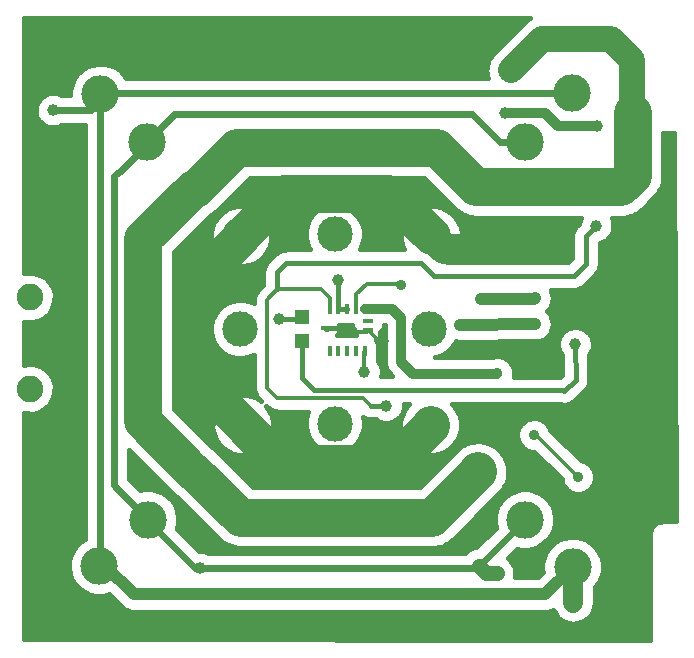
<source format=gbr>
G04 #@! TF.FileFunction,Copper,L2,Bot,Signal*
%FSLAX46Y46*%
G04 Gerber Fmt 4.6, Leading zero omitted, Abs format (unit mm)*
G04 Created by KiCad (PCBNEW 4.0.6) date 05/07/17 20:49:46*
%MOMM*%
%LPD*%
G01*
G04 APERTURE LIST*
%ADD10C,0.100000*%
%ADD11R,1.200000X1.200000*%
%ADD12C,2.540000*%
%ADD13C,3.175000*%
%ADD14R,0.350000X0.805000*%
%ADD15R,0.805000X0.400000*%
%ADD16C,3.000000*%
%ADD17C,0.906400*%
%ADD18C,2.250000*%
%ADD19C,1.006400*%
%ADD20C,1.016000*%
%ADD21C,0.406400*%
%ADD22C,3.200000*%
%ADD23C,2.540000*%
%ADD24C,0.304800*%
%ADD25C,0.812800*%
%ADD26C,2.184400*%
%ADD27C,0.609600*%
%ADD28C,1.676400*%
%ADD29C,1.270000*%
%ADD30C,0.350000*%
G04 APERTURE END LIST*
D10*
D11*
X115395100Y-104222900D03*
X115395100Y-106322900D03*
D12*
X130325100Y-117333900D03*
D13*
X130325100Y-117333900D03*
D12*
X106321100Y-117338900D03*
D13*
X106321100Y-117338900D03*
D12*
X130194100Y-93289900D03*
D13*
X130194100Y-93289900D03*
D12*
X106259100Y-93409900D03*
D13*
X106259100Y-93409900D03*
D12*
X126306100Y-113411900D03*
D13*
X126306100Y-113411900D03*
D12*
X110398100Y-113399900D03*
D13*
X110398100Y-113399900D03*
D12*
X126394100Y-97417900D03*
D13*
X126394100Y-97417900D03*
D12*
X110263100Y-97419900D03*
D13*
X110263100Y-97419900D03*
D12*
X138327100Y-125426900D03*
D13*
X138327100Y-125426900D03*
D12*
X98266100Y-125325900D03*
D13*
X98266100Y-125325900D03*
D12*
X138258100Y-85326900D03*
D13*
X138258100Y-85326900D03*
D12*
X98363100Y-85358900D03*
D13*
X98363100Y-85358900D03*
D12*
X134288100Y-121406900D03*
D13*
X134288100Y-121406900D03*
D12*
X102400100Y-121407900D03*
D13*
X102400100Y-121407900D03*
D12*
X134339100Y-89424900D03*
D13*
X134339100Y-89424900D03*
D12*
X102272100Y-89399900D03*
D13*
X102272100Y-89399900D03*
D14*
X117755900Y-103602000D03*
X118505900Y-103602000D03*
X119255900Y-103602000D03*
X120005900Y-103602000D03*
X120755900Y-103602000D03*
D15*
X121028400Y-104574500D03*
D14*
X120755900Y-107147000D03*
X120005900Y-107147000D03*
X119255900Y-107147000D03*
X118505900Y-107147000D03*
X117755900Y-107147000D03*
D15*
X117483400Y-105199500D03*
X121028400Y-105374500D03*
D16*
X110188100Y-105272900D03*
X118189100Y-97246500D03*
X126190100Y-105272900D03*
X118189100Y-113273900D03*
D17*
X130537100Y-102733900D03*
X135177100Y-102659900D03*
D18*
X92380100Y-102598900D03*
X92380100Y-110332900D03*
D19*
X113439300Y-104460100D03*
X135635100Y-97457900D03*
X122283100Y-106286900D03*
X111981600Y-114983400D03*
X122574700Y-111757100D03*
X120703700Y-108898100D03*
X140374100Y-88103900D03*
X132582100Y-86962900D03*
X140328100Y-96544900D03*
X138565700Y-106575300D03*
X143477100Y-86995900D03*
X133095100Y-83372900D03*
X94338100Y-86737900D03*
X138389100Y-128427900D03*
X106777100Y-125512900D03*
X131899100Y-125928900D03*
X118493900Y-101132700D03*
D17*
X131971100Y-108993900D03*
X123822100Y-101563900D03*
X135072100Y-114230900D03*
X138812100Y-117792900D03*
X128828100Y-104896900D03*
X135177100Y-104854900D03*
D20*
X130537100Y-102733900D02*
X135103100Y-102733900D01*
X135103100Y-102733900D02*
X135177100Y-102659900D01*
D21*
X113439300Y-104460100D02*
X115157900Y-104460100D01*
X115157900Y-104460100D02*
X115395100Y-104222900D01*
D22*
X126306100Y-113411900D02*
X126306100Y-113516900D01*
X126306100Y-113516900D02*
X123119100Y-116703900D01*
X123119100Y-116703900D02*
X113702100Y-116703900D01*
X113702100Y-116703900D02*
X111981600Y-114983400D01*
X111981600Y-114983400D02*
X110398100Y-113399900D01*
X110263100Y-97419900D02*
X110263100Y-97570900D01*
X110263100Y-97570900D02*
X107302100Y-100531900D01*
X107302100Y-100531900D02*
X107302100Y-100598900D01*
X107302100Y-100598900D02*
X106186100Y-101714900D01*
X106186100Y-101714900D02*
X106186100Y-109187900D01*
X106186100Y-109187900D02*
X109041100Y-112042900D01*
X109041100Y-112042900D02*
X110398100Y-113399900D01*
X110263100Y-97419900D02*
X110337100Y-97419900D01*
X110337100Y-97419900D02*
X113931100Y-93825900D01*
X113931100Y-93825900D02*
X122802100Y-93825900D01*
X122802100Y-93825900D02*
X126394100Y-97417900D01*
D23*
X113931100Y-93825900D02*
X122798100Y-93825900D01*
X122798100Y-93825900D02*
X127433100Y-98460900D01*
X127433100Y-98460900D02*
X134632100Y-98460900D01*
X134632100Y-98460900D02*
X135635100Y-97457900D01*
D24*
X117483400Y-105199500D02*
X119033700Y-105199500D01*
X119033700Y-105199500D02*
X119330100Y-105495900D01*
X119330100Y-105495900D02*
X120907000Y-105495900D01*
X120907000Y-105495900D02*
X121028400Y-105374500D01*
X122283100Y-106286900D02*
X121940800Y-106286900D01*
X121940800Y-106286900D02*
X121028400Y-105374500D01*
X111981600Y-114983400D02*
X109041100Y-112042900D01*
X117755900Y-103602000D02*
X117755900Y-102604500D01*
X117755900Y-102604500D02*
X117071500Y-101920100D01*
X117071500Y-101920100D02*
X113312300Y-101920100D01*
X113312300Y-101920100D02*
X112438100Y-102828300D01*
X112438100Y-102828300D02*
X112474100Y-109861500D01*
X120703700Y-108898100D02*
X120703700Y-107199200D01*
X120703700Y-107199200D02*
X120755900Y-107147000D01*
D21*
X113312300Y-101920100D02*
X113312300Y-100452700D01*
X113312300Y-100452700D02*
X114062100Y-99702900D01*
X122574700Y-111757100D02*
X121237300Y-111757100D01*
D24*
X112474100Y-109861500D02*
X112474100Y-110296900D01*
X112474100Y-110296900D02*
X113319100Y-111141900D01*
X113319100Y-111141900D02*
X120622100Y-111141900D01*
X120622100Y-111141900D02*
X121237300Y-111757100D01*
D25*
X140374100Y-88103900D02*
X137095100Y-88103900D01*
X137095100Y-88103900D02*
X136000100Y-87008900D01*
X136000100Y-87008900D02*
X132628100Y-87008900D01*
X132628100Y-87008900D02*
X132582100Y-86962900D01*
D21*
X114062100Y-99702900D02*
X125528100Y-99702900D01*
X125528100Y-99702900D02*
X126613100Y-100787900D01*
X126613100Y-100787900D02*
X138460100Y-100787900D01*
X138460100Y-100787900D02*
X139463100Y-99784900D01*
X139463100Y-99784900D02*
X139463100Y-97409900D01*
X139463100Y-97409900D02*
X140328100Y-96544900D01*
X115395100Y-106322900D02*
X115395100Y-109426300D01*
X115395100Y-109426300D02*
X116404900Y-110436100D01*
X116404900Y-110436100D02*
X137660900Y-110472100D01*
X137660900Y-110472100D02*
X137646500Y-110520500D01*
X137646500Y-110520500D02*
X138580500Y-109619100D01*
X138580500Y-109619100D02*
X138565700Y-106575300D01*
D22*
X130194100Y-93289900D02*
X142467100Y-93289900D01*
X142467100Y-93289900D02*
X143439100Y-92317900D01*
X143439100Y-92317900D02*
X143439100Y-87033900D01*
X143439100Y-87033900D02*
X143477100Y-86995900D01*
D26*
X133095100Y-83372900D02*
X133095100Y-83369900D01*
X133095100Y-83369900D02*
X135721100Y-80743900D01*
X135721100Y-80743900D02*
X141625100Y-80743900D01*
X141625100Y-80743900D02*
X143400100Y-82518900D01*
X143400100Y-82518900D02*
X143400100Y-86918900D01*
X143400100Y-86918900D02*
X143477100Y-86995900D01*
D22*
X130325100Y-117333900D02*
X130325100Y-117380900D01*
X130325100Y-117380900D02*
X126466100Y-121239900D01*
X126466100Y-121239900D02*
X110222100Y-121239900D01*
X110222100Y-121239900D02*
X106321100Y-117338900D01*
X106321100Y-117338900D02*
X106236100Y-117338900D01*
X106236100Y-117338900D02*
X101985100Y-113087900D01*
X101985100Y-113087900D02*
X101985100Y-97683900D01*
X101985100Y-97683900D02*
X106259100Y-93409900D01*
X106259100Y-93409900D02*
X106464100Y-93409900D01*
X106464100Y-93409900D02*
X109927100Y-89946900D01*
X109927100Y-89946900D02*
X126851100Y-89946900D01*
X126851100Y-89946900D02*
X130194100Y-93289900D01*
D27*
X138258100Y-85326900D02*
X98395100Y-85326900D01*
X98395100Y-85326900D02*
X98363100Y-85358900D01*
X98363100Y-85358900D02*
X98363100Y-125228900D01*
X98363100Y-125228900D02*
X98266100Y-125325900D01*
X138226100Y-125325900D02*
X138327100Y-125426900D01*
X98363100Y-85358900D02*
X98363100Y-85938900D01*
X98363100Y-85938900D02*
X97534100Y-86767900D01*
X97534100Y-86767900D02*
X94368100Y-86767900D01*
X94368100Y-86767900D02*
X94338100Y-86737900D01*
D28*
X138389100Y-128427900D02*
X138389100Y-125488900D01*
X138389100Y-125488900D02*
X138327100Y-125426900D01*
D20*
X98266100Y-125325900D02*
X98774100Y-125325900D01*
X98774100Y-125325900D02*
X101198100Y-127749900D01*
X101198100Y-127749900D02*
X136004100Y-127749900D01*
X136004100Y-127749900D02*
X138327100Y-125426900D01*
D27*
X134339100Y-89424900D02*
X132184100Y-89424900D01*
X132184100Y-89424900D02*
X129814100Y-87054900D01*
X129814100Y-87054900D02*
X104617100Y-87054900D01*
X104617100Y-87054900D02*
X102272100Y-89399900D01*
X102272100Y-89399900D02*
X102272100Y-89663900D01*
X102272100Y-89663900D02*
X99885100Y-92050900D01*
X99885100Y-92050900D02*
X99754100Y-92050900D01*
X99754100Y-92050900D02*
X99491100Y-92313900D01*
X99491100Y-92313900D02*
X99491100Y-118498900D01*
X99491100Y-118498900D02*
X102400100Y-121407900D01*
X102400100Y-121407900D02*
X102400100Y-121529900D01*
X102400100Y-121529900D02*
X106383100Y-125512900D01*
X106383100Y-125512900D02*
X106777100Y-125512900D01*
X106777100Y-125512900D02*
X130182100Y-125512900D01*
X130182100Y-125512900D02*
X130377600Y-125317400D01*
X130377600Y-125317400D02*
X134288100Y-121406900D01*
D29*
X131899100Y-125928900D02*
X130989100Y-125928900D01*
X130989100Y-125928900D02*
X130377600Y-125317400D01*
D21*
X119255900Y-103602000D02*
X118505900Y-103602000D01*
X118493900Y-101132700D02*
X118493900Y-103590000D01*
X118493900Y-103590000D02*
X118505900Y-103602000D01*
D25*
X120755900Y-103602000D02*
X123059200Y-103602000D01*
X123059200Y-103602000D02*
X123822100Y-104364900D01*
X123822100Y-104364900D02*
X123822100Y-108081900D01*
X123822100Y-108081900D02*
X124795100Y-109054900D01*
X124795100Y-109054900D02*
X131910100Y-109054900D01*
X131910100Y-109054900D02*
X131971100Y-108993900D01*
D30*
X120005900Y-103602000D02*
X120005900Y-102338100D01*
X120005900Y-102338100D02*
X120902100Y-101441900D01*
X120902100Y-101441900D02*
X123700100Y-101441900D01*
X123700100Y-101441900D02*
X123822100Y-101563900D01*
X135072100Y-114230900D02*
X135250100Y-114230900D01*
X135250100Y-114230900D02*
X138812100Y-117792900D01*
D20*
X128828100Y-104896900D02*
X135177100Y-104854900D01*
D21*
G36*
X134708198Y-78962625D02*
X134600560Y-79018419D01*
X134592105Y-79025169D01*
X134582552Y-79030248D01*
X134435270Y-79150368D01*
X134286753Y-79268928D01*
X134271695Y-79283777D01*
X134271386Y-79284029D01*
X134271150Y-79284315D01*
X134266299Y-79289098D01*
X131640299Y-81915099D01*
X131519692Y-82061928D01*
X131397511Y-82207537D01*
X131392298Y-82217019D01*
X131385432Y-82225378D01*
X131295624Y-82392870D01*
X131204071Y-82559404D01*
X131200800Y-82569715D01*
X131195687Y-82579251D01*
X131140123Y-82760995D01*
X131082659Y-82942142D01*
X131081453Y-82952895D01*
X131078290Y-82963240D01*
X131059085Y-83152310D01*
X131037901Y-83341174D01*
X131037753Y-83362324D01*
X131037713Y-83362718D01*
X131037748Y-83363085D01*
X131037700Y-83369900D01*
X131037700Y-83372900D01*
X131064851Y-83649810D01*
X131075501Y-83762471D01*
X131076092Y-83764455D01*
X131076883Y-83772518D01*
X131162743Y-84056900D01*
X100562940Y-84056900D01*
X100350872Y-83737713D01*
X99998125Y-83382494D01*
X99583100Y-83102557D01*
X99121606Y-82908562D01*
X98631221Y-82807901D01*
X98130623Y-82804406D01*
X97638880Y-82898211D01*
X97174722Y-83085743D01*
X96755829Y-83359858D01*
X96398157Y-83710117D01*
X96115329Y-84123177D01*
X95918117Y-84583306D01*
X95814035Y-85072977D01*
X95808101Y-85497900D01*
X95125765Y-85497900D01*
X95039886Y-85439974D01*
X94774419Y-85328382D01*
X94492332Y-85270478D01*
X94204371Y-85268468D01*
X93921504Y-85322427D01*
X93654504Y-85430302D01*
X93413543Y-85587983D01*
X93207798Y-85789464D01*
X93045105Y-86027070D01*
X92931662Y-86291752D01*
X92871790Y-86573427D01*
X92867770Y-86861367D01*
X92919754Y-87144604D01*
X93025762Y-87412350D01*
X93181756Y-87654407D01*
X93381796Y-87861554D01*
X93618261Y-88025901D01*
X93882144Y-88141189D01*
X94163394Y-88203026D01*
X94451299Y-88209056D01*
X94734893Y-88159051D01*
X95003372Y-88054915D01*
X95030183Y-88037900D01*
X97093100Y-88037900D01*
X97093100Y-123046530D01*
X97077722Y-123052743D01*
X96658829Y-123326858D01*
X96301157Y-123677117D01*
X96018329Y-124090177D01*
X95821117Y-124550306D01*
X95717035Y-125039977D01*
X95710045Y-125540538D01*
X95800415Y-126032924D01*
X95984702Y-126498379D01*
X96255886Y-126919176D01*
X96603639Y-127279285D01*
X97014715Y-127564990D01*
X97473456Y-127765408D01*
X97962388Y-127872907D01*
X98462888Y-127883391D01*
X98955893Y-127796461D01*
X99103852Y-127739071D01*
X100156391Y-128791610D01*
X100261533Y-128877974D01*
X100365791Y-128965457D01*
X100372581Y-128969190D01*
X100378566Y-128974106D01*
X100498468Y-129038397D01*
X100617745Y-129103970D01*
X100625131Y-129106313D01*
X100631957Y-129109973D01*
X100762095Y-129149761D01*
X100891804Y-129190907D01*
X100899500Y-129191770D01*
X100906911Y-129194036D01*
X101042344Y-129207793D01*
X101177531Y-129222956D01*
X101192671Y-129223062D01*
X101192957Y-129223091D01*
X101193223Y-129223066D01*
X101198100Y-129223100D01*
X136004100Y-129223100D01*
X136139555Y-129209818D01*
X136275097Y-129197960D01*
X136282535Y-129195799D01*
X136290246Y-129195043D01*
X136420538Y-129155705D01*
X136551199Y-129117745D01*
X136558076Y-129114180D01*
X136565493Y-129111941D01*
X136685645Y-129048055D01*
X136699376Y-129040938D01*
X136721774Y-129115122D01*
X136887010Y-129425886D01*
X137109460Y-129698637D01*
X137380652Y-129922986D01*
X137690254Y-130090388D01*
X138026476Y-130194466D01*
X138376510Y-130231256D01*
X138727023Y-130199357D01*
X139064666Y-130099983D01*
X139376576Y-129936921D01*
X139650873Y-129716380D01*
X139877110Y-129446761D01*
X140046669Y-129138335D01*
X140153091Y-128802848D01*
X140192324Y-128453079D01*
X140192500Y-128427900D01*
X140192500Y-127175646D01*
X140268831Y-127102957D01*
X140557399Y-126693886D01*
X140761015Y-126236556D01*
X140871925Y-125748386D01*
X140879909Y-125176595D01*
X140782673Y-124685519D01*
X140591906Y-124222681D01*
X140314872Y-123805713D01*
X139962125Y-123450494D01*
X139547100Y-123170557D01*
X139085606Y-122976562D01*
X138595221Y-122875901D01*
X138094623Y-122872406D01*
X137602880Y-122966211D01*
X137138722Y-123153743D01*
X136719829Y-123427858D01*
X136362157Y-123778117D01*
X136079329Y-124191177D01*
X135882117Y-124651306D01*
X135778035Y-125140977D01*
X135771045Y-125641538D01*
X135811053Y-125859527D01*
X135393880Y-126276700D01*
X133458557Y-126276700D01*
X133466616Y-126250665D01*
X133499261Y-125940071D01*
X133470956Y-125629052D01*
X133382780Y-125329455D01*
X133238090Y-125052689D01*
X133042399Y-124809299D01*
X132846300Y-124644752D01*
X133617755Y-123873297D01*
X133984388Y-123953907D01*
X134484888Y-123964391D01*
X134977893Y-123877461D01*
X135444624Y-123696428D01*
X135867303Y-123428188D01*
X136229831Y-123082957D01*
X136518399Y-122673886D01*
X136722015Y-122216556D01*
X136832925Y-121728386D01*
X136840909Y-121156595D01*
X136743673Y-120665519D01*
X136552906Y-120202681D01*
X136275872Y-119785713D01*
X135923125Y-119430494D01*
X135508100Y-119150557D01*
X135046606Y-118956562D01*
X134556221Y-118855901D01*
X134055623Y-118852406D01*
X133563880Y-118946211D01*
X133099722Y-119133743D01*
X132680829Y-119407858D01*
X132323157Y-119758117D01*
X132040329Y-120171177D01*
X131843117Y-120631306D01*
X131739035Y-121120977D01*
X131732045Y-121621538D01*
X131816617Y-122082331D01*
X130160708Y-123738240D01*
X130072267Y-123746600D01*
X129772979Y-123835822D01*
X129496721Y-123981477D01*
X129254014Y-124178016D01*
X129199955Y-124242900D01*
X107520288Y-124242900D01*
X107478886Y-124214974D01*
X107213419Y-124103382D01*
X106931332Y-124045478D01*
X106710186Y-124043934D01*
X104843233Y-122176982D01*
X104944925Y-121729386D01*
X104952909Y-121157595D01*
X104855673Y-120666519D01*
X104664906Y-120203681D01*
X104387872Y-119786713D01*
X104035125Y-119431494D01*
X103620100Y-119151557D01*
X103158606Y-118957562D01*
X102668221Y-118856901D01*
X102167623Y-118853406D01*
X101725917Y-118937666D01*
X100761100Y-117972848D01*
X100761100Y-115491640D01*
X104422230Y-119152770D01*
X104605324Y-119303165D01*
X104786847Y-119455481D01*
X104798669Y-119461980D01*
X104809091Y-119470541D01*
X104843394Y-119488934D01*
X108408230Y-123053770D01*
X108591324Y-123204165D01*
X108772847Y-123356481D01*
X108784669Y-123362980D01*
X108795091Y-123371541D01*
X109003897Y-123483502D01*
X109211560Y-123597666D01*
X109224418Y-123601745D01*
X109236306Y-123608119D01*
X109462934Y-123677406D01*
X109688765Y-123749044D01*
X109702166Y-123750547D01*
X109715069Y-123754492D01*
X109950864Y-123778443D01*
X110186284Y-123804850D01*
X110212644Y-123805034D01*
X110213146Y-123805085D01*
X110213614Y-123805041D01*
X110222100Y-123805100D01*
X126466100Y-123805100D01*
X126701967Y-123781973D01*
X126937972Y-123761325D01*
X126950922Y-123757563D01*
X126964350Y-123756246D01*
X127191186Y-123687760D01*
X127418733Y-123621652D01*
X127430712Y-123615443D01*
X127443622Y-123611545D01*
X127652821Y-123500312D01*
X127863208Y-123391258D01*
X127873749Y-123382843D01*
X127885660Y-123376510D01*
X128069304Y-123226733D01*
X128254468Y-123078919D01*
X128273236Y-123060410D01*
X128273628Y-123060091D01*
X128273928Y-123059728D01*
X128279970Y-123053770D01*
X132138970Y-119194770D01*
X132289365Y-119011676D01*
X132441681Y-118830153D01*
X132448180Y-118818331D01*
X132456741Y-118807909D01*
X132568702Y-118599103D01*
X132682866Y-118391440D01*
X132686945Y-118378582D01*
X132693319Y-118366694D01*
X132762606Y-118140066D01*
X132834244Y-117914235D01*
X132835747Y-117900834D01*
X132839692Y-117887931D01*
X132857967Y-117708020D01*
X132869925Y-117655386D01*
X132870870Y-117587709D01*
X132890050Y-117416716D01*
X132890234Y-117390356D01*
X132890285Y-117389854D01*
X132890241Y-117389386D01*
X132890300Y-117380900D01*
X132890300Y-117333900D01*
X132876394Y-117192078D01*
X132877909Y-117083595D01*
X132853837Y-116962023D01*
X132841446Y-116835650D01*
X132804745Y-116714090D01*
X132780673Y-116592519D01*
X132733446Y-116477936D01*
X132696745Y-116356378D01*
X132637135Y-116244267D01*
X132589906Y-116129681D01*
X132521322Y-116026454D01*
X132461710Y-115914340D01*
X132381453Y-115815935D01*
X132312872Y-115712713D01*
X132225549Y-115624778D01*
X132145291Y-115526372D01*
X132047450Y-115445431D01*
X131960125Y-115357494D01*
X131857382Y-115288193D01*
X131759542Y-115207253D01*
X131647842Y-115146857D01*
X131545100Y-115077557D01*
X131430853Y-115029532D01*
X131319155Y-114969137D01*
X131197858Y-114931589D01*
X131083606Y-114883562D01*
X130962200Y-114858641D01*
X130840905Y-114821094D01*
X130714624Y-114807821D01*
X130593221Y-114782901D01*
X130469290Y-114782036D01*
X130343008Y-114768763D01*
X130216553Y-114780271D01*
X130092623Y-114779406D01*
X129970886Y-114802629D01*
X129844429Y-114814137D01*
X129722615Y-114849989D01*
X129600880Y-114873211D01*
X129485975Y-114919636D01*
X129364159Y-114955488D01*
X129251626Y-115014319D01*
X129136722Y-115060743D01*
X129033022Y-115128602D01*
X128920491Y-115187432D01*
X128821534Y-115266995D01*
X128717829Y-115334858D01*
X128629278Y-115421574D01*
X128530324Y-115501135D01*
X128448707Y-115598402D01*
X128360157Y-115685117D01*
X128290138Y-115787378D01*
X128286255Y-115792005D01*
X125403560Y-118674700D01*
X111284640Y-118674700D01*
X108134970Y-115525030D01*
X108040345Y-115447304D01*
X107956125Y-115362494D01*
X107860700Y-115298129D01*
X107770353Y-115222319D01*
X107758531Y-115215820D01*
X107748109Y-115207259D01*
X107713806Y-115188866D01*
X104550300Y-112025360D01*
X104550300Y-98746440D01*
X105662202Y-97634538D01*
X107707045Y-97634538D01*
X107797415Y-98126924D01*
X107981702Y-98592379D01*
X108252886Y-99013176D01*
X108600639Y-99373285D01*
X109011715Y-99658990D01*
X109470456Y-99859408D01*
X109959388Y-99966907D01*
X110459888Y-99977391D01*
X110952893Y-99890461D01*
X111419624Y-99709428D01*
X111842303Y-99441188D01*
X112204831Y-99095957D01*
X112493399Y-98686886D01*
X112697015Y-98229556D01*
X112807925Y-97741386D01*
X112815909Y-97169595D01*
X112718673Y-96678519D01*
X112527906Y-96215681D01*
X112250872Y-95798713D01*
X111898125Y-95443494D01*
X111483100Y-95163557D01*
X111021606Y-94969562D01*
X110531221Y-94868901D01*
X110030623Y-94865406D01*
X109538880Y-94959211D01*
X109074722Y-95146743D01*
X108655829Y-95420858D01*
X108298157Y-95771117D01*
X108015329Y-96184177D01*
X107818117Y-96644306D01*
X107714035Y-97133977D01*
X107707045Y-97634538D01*
X105662202Y-97634538D01*
X107598731Y-95698009D01*
X107650821Y-95670312D01*
X107861208Y-95561258D01*
X107871749Y-95552843D01*
X107883660Y-95546510D01*
X108067304Y-95396733D01*
X108252468Y-95248919D01*
X108271236Y-95230410D01*
X108271628Y-95230091D01*
X108271928Y-95229728D01*
X108277970Y-95223770D01*
X110989641Y-92512100D01*
X125788560Y-92512100D01*
X128380230Y-95103770D01*
X128460902Y-95170035D01*
X128531639Y-95243285D01*
X128640652Y-95319051D01*
X128744847Y-95406481D01*
X128756669Y-95412980D01*
X128767091Y-95421541D01*
X128859099Y-95470875D01*
X128942715Y-95528990D01*
X129064360Y-95582135D01*
X129183560Y-95647666D01*
X129196418Y-95651745D01*
X129208306Y-95658119D01*
X129308155Y-95688646D01*
X129401456Y-95729408D01*
X129531102Y-95757913D01*
X129660765Y-95799044D01*
X129674166Y-95800547D01*
X129687069Y-95804492D01*
X129790948Y-95815044D01*
X129890388Y-95836907D01*
X130023104Y-95839687D01*
X130158284Y-95854850D01*
X130184644Y-95855034D01*
X130185146Y-95855085D01*
X130185614Y-95855041D01*
X130194100Y-95855100D01*
X139026092Y-95855100D01*
X138921662Y-96098752D01*
X138867616Y-96353016D01*
X138636916Y-96583716D01*
X138568404Y-96667124D01*
X138499037Y-96749793D01*
X138496077Y-96755177D01*
X138492178Y-96759924D01*
X138441184Y-96855027D01*
X138389182Y-96949618D01*
X138387324Y-96955475D01*
X138384421Y-96960889D01*
X138352873Y-97064080D01*
X138320232Y-97166976D01*
X138319547Y-97173084D01*
X138317751Y-97178958D01*
X138306844Y-97286331D01*
X138294814Y-97393587D01*
X138294730Y-97405595D01*
X138294707Y-97405822D01*
X138294727Y-97406034D01*
X138294700Y-97409900D01*
X138294700Y-99300933D01*
X137976132Y-99619500D01*
X127689176Y-99619500D01*
X127973303Y-99439188D01*
X128335831Y-99093957D01*
X128624399Y-98684886D01*
X128828015Y-98227556D01*
X128938925Y-97739386D01*
X128946909Y-97167595D01*
X128849673Y-96676519D01*
X128658906Y-96213681D01*
X128381872Y-95796713D01*
X128029125Y-95441494D01*
X127614100Y-95161557D01*
X127152606Y-94967562D01*
X126662221Y-94866901D01*
X126161623Y-94863406D01*
X125669880Y-94957211D01*
X125205722Y-95144743D01*
X124786829Y-95418858D01*
X124429157Y-95769117D01*
X124146329Y-96182177D01*
X123949117Y-96642306D01*
X123845035Y-97131977D01*
X123838045Y-97632538D01*
X123928415Y-98124924D01*
X124090578Y-98534500D01*
X120297491Y-98534500D01*
X120342950Y-98470057D01*
X120539587Y-98028403D01*
X120646695Y-97556966D01*
X120654406Y-97004775D01*
X120560503Y-96530531D01*
X120376274Y-96083559D01*
X120108737Y-95680883D01*
X119768081Y-95337840D01*
X119367282Y-95067498D01*
X118921607Y-94880153D01*
X118448030Y-94782942D01*
X117964591Y-94779567D01*
X117489704Y-94870156D01*
X117041456Y-95051260D01*
X116636922Y-95315980D01*
X116291510Y-95654233D01*
X116018376Y-96053134D01*
X115827925Y-96497491D01*
X115727410Y-96970377D01*
X115720660Y-97453781D01*
X115807932Y-97929289D01*
X115985902Y-98378790D01*
X116086250Y-98534500D01*
X114062100Y-98534500D01*
X113954666Y-98545034D01*
X113847170Y-98554439D01*
X113841273Y-98556152D01*
X113835157Y-98556752D01*
X113731812Y-98587953D01*
X113628194Y-98618057D01*
X113622741Y-98620884D01*
X113616857Y-98622660D01*
X113521569Y-98673326D01*
X113425743Y-98722997D01*
X113420939Y-98726832D01*
X113415517Y-98729715D01*
X113331902Y-98797910D01*
X113247532Y-98865262D01*
X113238981Y-98873694D01*
X113238805Y-98873838D01*
X113238670Y-98874001D01*
X113235916Y-98876717D01*
X112486116Y-99626516D01*
X112417604Y-99709924D01*
X112348237Y-99792593D01*
X112345277Y-99797977D01*
X112341378Y-99802724D01*
X112290384Y-99897827D01*
X112238382Y-99992418D01*
X112236524Y-99998275D01*
X112233621Y-100003689D01*
X112202073Y-100106880D01*
X112169432Y-100209776D01*
X112168747Y-100215884D01*
X112166951Y-100221758D01*
X112156044Y-100329131D01*
X112144014Y-100436387D01*
X112143930Y-100448395D01*
X112143907Y-100448622D01*
X112143927Y-100448834D01*
X112143900Y-100452700D01*
X112143900Y-101522388D01*
X111632909Y-102053253D01*
X111573736Y-102128160D01*
X111512733Y-102201621D01*
X111506193Y-102213663D01*
X111497704Y-102224409D01*
X111454206Y-102309386D01*
X111408634Y-102393295D01*
X111404559Y-102406373D01*
X111398317Y-102418567D01*
X111372150Y-102510383D01*
X111343747Y-102601536D01*
X111342290Y-102615157D01*
X111338535Y-102628332D01*
X111330700Y-102723486D01*
X111320544Y-102818416D01*
X111320515Y-102834020D01*
X111321749Y-103075178D01*
X110920607Y-102906553D01*
X110447030Y-102809342D01*
X109963591Y-102805967D01*
X109488704Y-102896556D01*
X109040456Y-103077660D01*
X108635922Y-103342380D01*
X108290510Y-103680633D01*
X108017376Y-104079534D01*
X107826925Y-104523891D01*
X107726410Y-104996777D01*
X107719660Y-105480181D01*
X107806932Y-105955689D01*
X107984902Y-106405190D01*
X108246791Y-106811563D01*
X108582624Y-107159328D01*
X108979609Y-107435240D01*
X109422625Y-107628789D01*
X109894798Y-107732603D01*
X110378143Y-107742727D01*
X110854249Y-107658777D01*
X111304981Y-107483949D01*
X111344189Y-107459067D01*
X111356500Y-109864290D01*
X111356500Y-110296900D01*
X111366568Y-110399583D01*
X111375571Y-110502484D01*
X111377212Y-110508132D01*
X111377785Y-110513976D01*
X111407608Y-110612756D01*
X111436424Y-110711941D01*
X111439129Y-110717159D01*
X111440827Y-110722784D01*
X111489291Y-110813930D01*
X111536802Y-110905589D01*
X111540468Y-110910182D01*
X111543227Y-110915370D01*
X111608463Y-110995357D01*
X111672881Y-111076052D01*
X111680952Y-111084237D01*
X111681084Y-111084399D01*
X111681234Y-111084523D01*
X111683837Y-111087163D01*
X111993319Y-111396645D01*
X111618100Y-111143557D01*
X111156606Y-110949562D01*
X110666221Y-110848901D01*
X110165623Y-110845406D01*
X109673880Y-110939211D01*
X109209722Y-111126743D01*
X108790829Y-111400858D01*
X108433157Y-111751117D01*
X108150329Y-112164177D01*
X107953117Y-112624306D01*
X107849035Y-113113977D01*
X107842045Y-113614538D01*
X107932415Y-114106924D01*
X108116702Y-114572379D01*
X108387886Y-114993176D01*
X108735639Y-115353285D01*
X109146715Y-115638990D01*
X109605456Y-115839408D01*
X110094388Y-115946907D01*
X110594888Y-115957391D01*
X111087893Y-115870461D01*
X111554624Y-115689428D01*
X111977303Y-115421188D01*
X112339831Y-115075957D01*
X112628399Y-114666886D01*
X112832015Y-114209556D01*
X112942925Y-113721386D01*
X112950909Y-113149595D01*
X112853673Y-112658519D01*
X112662906Y-112195681D01*
X112406628Y-111809953D01*
X112528837Y-111932162D01*
X112608557Y-111997644D01*
X112687693Y-112064047D01*
X112692848Y-112066881D01*
X112697384Y-112070607D01*
X112788296Y-112119354D01*
X112878831Y-112169126D01*
X112884435Y-112170904D01*
X112889611Y-112173679D01*
X112988304Y-112203853D01*
X113086738Y-112235078D01*
X113092578Y-112235733D01*
X113098197Y-112237451D01*
X113200891Y-112247882D01*
X113303496Y-112259391D01*
X113314985Y-112259471D01*
X113315199Y-112259493D01*
X113315398Y-112259474D01*
X113319100Y-112259500D01*
X115941671Y-112259500D01*
X115827925Y-112524891D01*
X115727410Y-112997777D01*
X115720660Y-113481181D01*
X115807932Y-113956689D01*
X115985902Y-114406190D01*
X116247791Y-114812563D01*
X116583624Y-115160328D01*
X116980609Y-115436240D01*
X117423625Y-115629789D01*
X117895798Y-115733603D01*
X118379143Y-115743727D01*
X118855249Y-115659777D01*
X119305981Y-115484949D01*
X119714172Y-115225904D01*
X120064274Y-114892506D01*
X120342950Y-114497457D01*
X120539587Y-114055803D01*
X120646695Y-113584366D01*
X120654406Y-113032175D01*
X120594733Y-112730806D01*
X120777018Y-112831018D01*
X120994376Y-112899968D01*
X121220987Y-112925386D01*
X121237300Y-112925500D01*
X121682777Y-112925500D01*
X121854861Y-113045101D01*
X122118744Y-113160389D01*
X122399994Y-113222226D01*
X122687899Y-113228256D01*
X122971493Y-113178251D01*
X123239972Y-113074115D01*
X123483112Y-112919814D01*
X123691650Y-112721225D01*
X123857644Y-112485914D01*
X123974771Y-112222842D01*
X124038570Y-111942030D01*
X124043103Y-111617438D01*
X124489148Y-111618193D01*
X124341157Y-111763117D01*
X124058329Y-112176177D01*
X123861117Y-112636306D01*
X123757035Y-113125977D01*
X123750045Y-113626538D01*
X123840415Y-114118924D01*
X124024702Y-114584379D01*
X124295886Y-115005176D01*
X124643639Y-115365285D01*
X125054715Y-115650990D01*
X125513456Y-115851408D01*
X126002388Y-115958907D01*
X126502888Y-115969391D01*
X126995893Y-115882461D01*
X127462624Y-115701428D01*
X127885303Y-115433188D01*
X128247831Y-115087957D01*
X128536399Y-114678886D01*
X128682755Y-114350163D01*
X133651836Y-114350163D01*
X133702049Y-114623756D01*
X133804448Y-114882385D01*
X133955131Y-115116199D01*
X134148359Y-115316292D01*
X134376772Y-115475044D01*
X134631670Y-115586406D01*
X134903343Y-115646137D01*
X135056050Y-115649336D01*
X137408236Y-118001522D01*
X137442049Y-118185756D01*
X137544448Y-118444385D01*
X137695131Y-118678199D01*
X137888359Y-118878292D01*
X138116772Y-119037044D01*
X138371670Y-119148406D01*
X138643343Y-119208137D01*
X138921445Y-119213962D01*
X139195381Y-119165660D01*
X139454719Y-119065070D01*
X139689580Y-118916023D01*
X139891017Y-118724196D01*
X140051359Y-118496897D01*
X140164498Y-118242783D01*
X140226124Y-117971533D01*
X140230561Y-117653819D01*
X140176532Y-117380954D01*
X140070533Y-117123780D01*
X139916600Y-116892092D01*
X139720597Y-116694716D01*
X139489990Y-116539169D01*
X139233562Y-116431377D01*
X139019025Y-116387339D01*
X136426640Y-113794954D01*
X136330533Y-113561780D01*
X136176600Y-113330092D01*
X135980597Y-113132716D01*
X135749990Y-112977169D01*
X135493562Y-112869377D01*
X135221081Y-112813445D01*
X134942925Y-112811503D01*
X134669689Y-112863625D01*
X134411781Y-112967827D01*
X134179025Y-113120138D01*
X133980285Y-113314759D01*
X133823133Y-113544274D01*
X133713553Y-113799943D01*
X133655719Y-114072027D01*
X133651836Y-114350163D01*
X128682755Y-114350163D01*
X128740015Y-114221556D01*
X128850925Y-113733386D01*
X128858909Y-113161595D01*
X128761673Y-112670519D01*
X128570906Y-112207681D01*
X128293872Y-111790713D01*
X128128674Y-111624357D01*
X137314863Y-111639915D01*
X137347072Y-111646391D01*
X137387294Y-111659785D01*
X137458600Y-111668815D01*
X137529058Y-111682982D01*
X137571448Y-111683107D01*
X137613518Y-111688435D01*
X137685220Y-111683443D01*
X137757089Y-111683655D01*
X137798708Y-111675542D01*
X137841000Y-111672597D01*
X137910363Y-111653775D01*
X137980908Y-111640022D01*
X138020151Y-111623982D01*
X138061072Y-111612878D01*
X138125459Y-111580941D01*
X138191989Y-111553748D01*
X138227375Y-111530388D01*
X138265354Y-111511549D01*
X138322310Y-111467715D01*
X138382292Y-111428117D01*
X138412464Y-111398331D01*
X138446064Y-111372472D01*
X138457881Y-111361225D01*
X139391881Y-110459826D01*
X139396504Y-110454397D01*
X139402036Y-110449905D01*
X139470361Y-110367670D01*
X139539726Y-110286217D01*
X139543207Y-110279994D01*
X139547761Y-110274512D01*
X139598823Y-110180551D01*
X139651035Y-110087196D01*
X139653240Y-110080417D01*
X139656643Y-110074155D01*
X139688489Y-109972045D01*
X139721567Y-109870347D01*
X139722413Y-109863272D01*
X139724536Y-109856464D01*
X139735945Y-109750077D01*
X139748636Y-109643927D01*
X139748092Y-109636823D01*
X139748852Y-109629732D01*
X139748886Y-109613419D01*
X139738417Y-107460370D01*
X139848644Y-107304114D01*
X139965771Y-107041042D01*
X140029570Y-106760230D01*
X140034163Y-106431316D01*
X139978230Y-106148832D01*
X139868494Y-105882592D01*
X139709134Y-105642738D01*
X139506222Y-105438404D01*
X139267486Y-105277374D01*
X139002019Y-105165782D01*
X138719932Y-105107878D01*
X138431971Y-105105868D01*
X138149104Y-105159827D01*
X137882104Y-105267702D01*
X137641143Y-105425383D01*
X137435398Y-105626864D01*
X137272705Y-105864470D01*
X137159262Y-106129152D01*
X137099390Y-106410827D01*
X137095370Y-106698767D01*
X137147354Y-106982004D01*
X137253362Y-107249750D01*
X137401685Y-107479904D01*
X137409685Y-109125263D01*
X137225560Y-109302961D01*
X133356980Y-109296409D01*
X133385124Y-109172533D01*
X133389561Y-108854819D01*
X133335532Y-108581954D01*
X133229533Y-108324780D01*
X133075600Y-108093092D01*
X132879597Y-107895716D01*
X132648990Y-107740169D01*
X132392562Y-107632377D01*
X132120081Y-107576445D01*
X131841925Y-107574503D01*
X131568689Y-107626625D01*
X131428414Y-107683300D01*
X126717172Y-107683300D01*
X126856249Y-107658777D01*
X127306981Y-107483949D01*
X127715172Y-107224904D01*
X128065274Y-106891506D01*
X128343950Y-106496457D01*
X128427925Y-106307847D01*
X128531343Y-106339902D01*
X128817276Y-106370060D01*
X128837845Y-106370068D01*
X135186845Y-106328068D01*
X135472800Y-106298119D01*
X135747491Y-106213198D01*
X136000455Y-106076540D01*
X136222059Y-105893350D01*
X136403861Y-105670606D01*
X136538936Y-105416792D01*
X136622138Y-105141575D01*
X136650300Y-104855440D01*
X136622348Y-104569283D01*
X136539347Y-104294006D01*
X136404458Y-104040093D01*
X136222820Y-103817216D01*
X136157380Y-103763040D01*
X136218810Y-103701610D01*
X136401306Y-103479434D01*
X136537173Y-103226043D01*
X136621236Y-102951089D01*
X136650291Y-102665043D01*
X136623233Y-102378800D01*
X136541093Y-102103265D01*
X136463607Y-101956300D01*
X138460100Y-101956300D01*
X138567489Y-101945770D01*
X138675029Y-101936362D01*
X138680931Y-101934647D01*
X138687043Y-101934048D01*
X138790358Y-101902856D01*
X138894006Y-101872743D01*
X138899459Y-101869916D01*
X138905343Y-101868140D01*
X139000631Y-101817474D01*
X139096457Y-101767803D01*
X139101261Y-101763968D01*
X139106683Y-101761085D01*
X139190298Y-101692890D01*
X139274668Y-101625538D01*
X139283223Y-101617102D01*
X139283395Y-101616962D01*
X139283527Y-101616803D01*
X139286284Y-101614084D01*
X140289283Y-100611084D01*
X140357771Y-100527706D01*
X140427163Y-100445007D01*
X140430123Y-100439623D01*
X140434022Y-100434876D01*
X140485016Y-100339773D01*
X140537018Y-100245182D01*
X140538876Y-100239325D01*
X140541779Y-100233911D01*
X140573331Y-100130708D01*
X140605968Y-100027824D01*
X140606653Y-100021718D01*
X140608449Y-100015843D01*
X140619356Y-99908464D01*
X140631386Y-99801213D01*
X140631470Y-99789205D01*
X140631493Y-99788978D01*
X140631473Y-99788766D01*
X140631500Y-99784900D01*
X140631500Y-97982519D01*
X140724893Y-97966051D01*
X140993372Y-97861915D01*
X141236512Y-97707614D01*
X141445050Y-97509025D01*
X141611044Y-97273714D01*
X141728171Y-97010642D01*
X141791970Y-96729830D01*
X141796563Y-96400916D01*
X141740630Y-96118432D01*
X141632093Y-95855100D01*
X142467100Y-95855100D01*
X142702967Y-95831973D01*
X142938972Y-95811325D01*
X142951922Y-95807563D01*
X142965350Y-95806246D01*
X143192186Y-95737760D01*
X143419733Y-95671652D01*
X143431712Y-95665443D01*
X143444622Y-95661545D01*
X143653821Y-95550312D01*
X143864208Y-95441258D01*
X143874749Y-95432843D01*
X143886660Y-95426510D01*
X144070304Y-95276733D01*
X144255468Y-95128919D01*
X144274236Y-95110410D01*
X144274628Y-95110091D01*
X144274928Y-95109728D01*
X144280970Y-95103770D01*
X145252971Y-94131770D01*
X145403412Y-93948620D01*
X145555681Y-93767153D01*
X145562178Y-93755335D01*
X145570742Y-93744909D01*
X145682724Y-93536064D01*
X145796866Y-93328440D01*
X145800945Y-93315582D01*
X145807319Y-93303694D01*
X145876606Y-93077066D01*
X145948244Y-92851235D01*
X145949747Y-92837834D01*
X145953692Y-92824931D01*
X145977643Y-92589136D01*
X146004050Y-92353716D01*
X146004234Y-92327356D01*
X146004285Y-92326854D01*
X146004241Y-92326386D01*
X146004300Y-92317900D01*
X146004300Y-88678786D01*
X146007983Y-88678816D01*
X146008198Y-88678839D01*
X146008426Y-88678819D01*
X146018338Y-88678899D01*
X146951807Y-88679942D01*
X147050217Y-121546619D01*
X145907547Y-121559971D01*
X145817079Y-121569910D01*
X145726507Y-121577999D01*
X145716319Y-121580979D01*
X145705749Y-121582140D01*
X145618922Y-121609466D01*
X145531659Y-121634989D01*
X145522238Y-121639894D01*
X145512102Y-121643084D01*
X145432272Y-121686734D01*
X145351591Y-121728740D01*
X145343301Y-121735382D01*
X145333978Y-121740480D01*
X145264138Y-121798812D01*
X145193162Y-121855682D01*
X145186321Y-121863807D01*
X145178165Y-121870619D01*
X145120991Y-121941399D01*
X145062408Y-122010977D01*
X145057274Y-122020278D01*
X145050598Y-122028543D01*
X145008270Y-122109061D01*
X144964306Y-122188713D01*
X144961076Y-122198836D01*
X144956134Y-122208237D01*
X144930255Y-122295435D01*
X144902597Y-122382117D01*
X144901395Y-122392674D01*
X144898372Y-122402859D01*
X144889920Y-122493439D01*
X144879627Y-122583826D01*
X144879501Y-122598349D01*
X144864351Y-131595872D01*
X91924300Y-131550341D01*
X91924300Y-112372902D01*
X92131414Y-112418439D01*
X92541234Y-112427024D01*
X92944916Y-112355844D01*
X93327084Y-112207610D01*
X93673182Y-111987970D01*
X93970027Y-111705288D01*
X94206312Y-111370333D01*
X94373038Y-110995862D01*
X94463852Y-110596139D01*
X94470390Y-110127945D01*
X94390772Y-109725842D01*
X94234567Y-109346862D01*
X94007727Y-109005440D01*
X93718891Y-108714580D01*
X93379060Y-108485362D01*
X93001180Y-108326515D01*
X92599643Y-108244092D01*
X92189743Y-108241230D01*
X91924300Y-108291866D01*
X91924300Y-104638902D01*
X92131414Y-104684439D01*
X92541234Y-104693024D01*
X92944916Y-104621844D01*
X93327084Y-104473610D01*
X93673182Y-104253970D01*
X93970027Y-103971288D01*
X94206312Y-103636333D01*
X94373038Y-103261862D01*
X94463852Y-102862139D01*
X94470390Y-102393945D01*
X94390772Y-101991842D01*
X94234567Y-101612862D01*
X94007727Y-101271440D01*
X93718891Y-100980580D01*
X93379060Y-100751362D01*
X93001180Y-100592515D01*
X92599643Y-100510092D01*
X92189743Y-100507230D01*
X91924300Y-100557866D01*
X91924300Y-78936100D01*
X121831998Y-78936100D01*
X134708198Y-78962625D01*
X134708198Y-78962625D01*
G37*
X134708198Y-78962625D02*
X134600560Y-79018419D01*
X134592105Y-79025169D01*
X134582552Y-79030248D01*
X134435270Y-79150368D01*
X134286753Y-79268928D01*
X134271695Y-79283777D01*
X134271386Y-79284029D01*
X134271150Y-79284315D01*
X134266299Y-79289098D01*
X131640299Y-81915099D01*
X131519692Y-82061928D01*
X131397511Y-82207537D01*
X131392298Y-82217019D01*
X131385432Y-82225378D01*
X131295624Y-82392870D01*
X131204071Y-82559404D01*
X131200800Y-82569715D01*
X131195687Y-82579251D01*
X131140123Y-82760995D01*
X131082659Y-82942142D01*
X131081453Y-82952895D01*
X131078290Y-82963240D01*
X131059085Y-83152310D01*
X131037901Y-83341174D01*
X131037753Y-83362324D01*
X131037713Y-83362718D01*
X131037748Y-83363085D01*
X131037700Y-83369900D01*
X131037700Y-83372900D01*
X131064851Y-83649810D01*
X131075501Y-83762471D01*
X131076092Y-83764455D01*
X131076883Y-83772518D01*
X131162743Y-84056900D01*
X100562940Y-84056900D01*
X100350872Y-83737713D01*
X99998125Y-83382494D01*
X99583100Y-83102557D01*
X99121606Y-82908562D01*
X98631221Y-82807901D01*
X98130623Y-82804406D01*
X97638880Y-82898211D01*
X97174722Y-83085743D01*
X96755829Y-83359858D01*
X96398157Y-83710117D01*
X96115329Y-84123177D01*
X95918117Y-84583306D01*
X95814035Y-85072977D01*
X95808101Y-85497900D01*
X95125765Y-85497900D01*
X95039886Y-85439974D01*
X94774419Y-85328382D01*
X94492332Y-85270478D01*
X94204371Y-85268468D01*
X93921504Y-85322427D01*
X93654504Y-85430302D01*
X93413543Y-85587983D01*
X93207798Y-85789464D01*
X93045105Y-86027070D01*
X92931662Y-86291752D01*
X92871790Y-86573427D01*
X92867770Y-86861367D01*
X92919754Y-87144604D01*
X93025762Y-87412350D01*
X93181756Y-87654407D01*
X93381796Y-87861554D01*
X93618261Y-88025901D01*
X93882144Y-88141189D01*
X94163394Y-88203026D01*
X94451299Y-88209056D01*
X94734893Y-88159051D01*
X95003372Y-88054915D01*
X95030183Y-88037900D01*
X97093100Y-88037900D01*
X97093100Y-123046530D01*
X97077722Y-123052743D01*
X96658829Y-123326858D01*
X96301157Y-123677117D01*
X96018329Y-124090177D01*
X95821117Y-124550306D01*
X95717035Y-125039977D01*
X95710045Y-125540538D01*
X95800415Y-126032924D01*
X95984702Y-126498379D01*
X96255886Y-126919176D01*
X96603639Y-127279285D01*
X97014715Y-127564990D01*
X97473456Y-127765408D01*
X97962388Y-127872907D01*
X98462888Y-127883391D01*
X98955893Y-127796461D01*
X99103852Y-127739071D01*
X100156391Y-128791610D01*
X100261533Y-128877974D01*
X100365791Y-128965457D01*
X100372581Y-128969190D01*
X100378566Y-128974106D01*
X100498468Y-129038397D01*
X100617745Y-129103970D01*
X100625131Y-129106313D01*
X100631957Y-129109973D01*
X100762095Y-129149761D01*
X100891804Y-129190907D01*
X100899500Y-129191770D01*
X100906911Y-129194036D01*
X101042344Y-129207793D01*
X101177531Y-129222956D01*
X101192671Y-129223062D01*
X101192957Y-129223091D01*
X101193223Y-129223066D01*
X101198100Y-129223100D01*
X136004100Y-129223100D01*
X136139555Y-129209818D01*
X136275097Y-129197960D01*
X136282535Y-129195799D01*
X136290246Y-129195043D01*
X136420538Y-129155705D01*
X136551199Y-129117745D01*
X136558076Y-129114180D01*
X136565493Y-129111941D01*
X136685645Y-129048055D01*
X136699376Y-129040938D01*
X136721774Y-129115122D01*
X136887010Y-129425886D01*
X137109460Y-129698637D01*
X137380652Y-129922986D01*
X137690254Y-130090388D01*
X138026476Y-130194466D01*
X138376510Y-130231256D01*
X138727023Y-130199357D01*
X139064666Y-130099983D01*
X139376576Y-129936921D01*
X139650873Y-129716380D01*
X139877110Y-129446761D01*
X140046669Y-129138335D01*
X140153091Y-128802848D01*
X140192324Y-128453079D01*
X140192500Y-128427900D01*
X140192500Y-127175646D01*
X140268831Y-127102957D01*
X140557399Y-126693886D01*
X140761015Y-126236556D01*
X140871925Y-125748386D01*
X140879909Y-125176595D01*
X140782673Y-124685519D01*
X140591906Y-124222681D01*
X140314872Y-123805713D01*
X139962125Y-123450494D01*
X139547100Y-123170557D01*
X139085606Y-122976562D01*
X138595221Y-122875901D01*
X138094623Y-122872406D01*
X137602880Y-122966211D01*
X137138722Y-123153743D01*
X136719829Y-123427858D01*
X136362157Y-123778117D01*
X136079329Y-124191177D01*
X135882117Y-124651306D01*
X135778035Y-125140977D01*
X135771045Y-125641538D01*
X135811053Y-125859527D01*
X135393880Y-126276700D01*
X133458557Y-126276700D01*
X133466616Y-126250665D01*
X133499261Y-125940071D01*
X133470956Y-125629052D01*
X133382780Y-125329455D01*
X133238090Y-125052689D01*
X133042399Y-124809299D01*
X132846300Y-124644752D01*
X133617755Y-123873297D01*
X133984388Y-123953907D01*
X134484888Y-123964391D01*
X134977893Y-123877461D01*
X135444624Y-123696428D01*
X135867303Y-123428188D01*
X136229831Y-123082957D01*
X136518399Y-122673886D01*
X136722015Y-122216556D01*
X136832925Y-121728386D01*
X136840909Y-121156595D01*
X136743673Y-120665519D01*
X136552906Y-120202681D01*
X136275872Y-119785713D01*
X135923125Y-119430494D01*
X135508100Y-119150557D01*
X135046606Y-118956562D01*
X134556221Y-118855901D01*
X134055623Y-118852406D01*
X133563880Y-118946211D01*
X133099722Y-119133743D01*
X132680829Y-119407858D01*
X132323157Y-119758117D01*
X132040329Y-120171177D01*
X131843117Y-120631306D01*
X131739035Y-121120977D01*
X131732045Y-121621538D01*
X131816617Y-122082331D01*
X130160708Y-123738240D01*
X130072267Y-123746600D01*
X129772979Y-123835822D01*
X129496721Y-123981477D01*
X129254014Y-124178016D01*
X129199955Y-124242900D01*
X107520288Y-124242900D01*
X107478886Y-124214974D01*
X107213419Y-124103382D01*
X106931332Y-124045478D01*
X106710186Y-124043934D01*
X104843233Y-122176982D01*
X104944925Y-121729386D01*
X104952909Y-121157595D01*
X104855673Y-120666519D01*
X104664906Y-120203681D01*
X104387872Y-119786713D01*
X104035125Y-119431494D01*
X103620100Y-119151557D01*
X103158606Y-118957562D01*
X102668221Y-118856901D01*
X102167623Y-118853406D01*
X101725917Y-118937666D01*
X100761100Y-117972848D01*
X100761100Y-115491640D01*
X104422230Y-119152770D01*
X104605324Y-119303165D01*
X104786847Y-119455481D01*
X104798669Y-119461980D01*
X104809091Y-119470541D01*
X104843394Y-119488934D01*
X108408230Y-123053770D01*
X108591324Y-123204165D01*
X108772847Y-123356481D01*
X108784669Y-123362980D01*
X108795091Y-123371541D01*
X109003897Y-123483502D01*
X109211560Y-123597666D01*
X109224418Y-123601745D01*
X109236306Y-123608119D01*
X109462934Y-123677406D01*
X109688765Y-123749044D01*
X109702166Y-123750547D01*
X109715069Y-123754492D01*
X109950864Y-123778443D01*
X110186284Y-123804850D01*
X110212644Y-123805034D01*
X110213146Y-123805085D01*
X110213614Y-123805041D01*
X110222100Y-123805100D01*
X126466100Y-123805100D01*
X126701967Y-123781973D01*
X126937972Y-123761325D01*
X126950922Y-123757563D01*
X126964350Y-123756246D01*
X127191186Y-123687760D01*
X127418733Y-123621652D01*
X127430712Y-123615443D01*
X127443622Y-123611545D01*
X127652821Y-123500312D01*
X127863208Y-123391258D01*
X127873749Y-123382843D01*
X127885660Y-123376510D01*
X128069304Y-123226733D01*
X128254468Y-123078919D01*
X128273236Y-123060410D01*
X128273628Y-123060091D01*
X128273928Y-123059728D01*
X128279970Y-123053770D01*
X132138970Y-119194770D01*
X132289365Y-119011676D01*
X132441681Y-118830153D01*
X132448180Y-118818331D01*
X132456741Y-118807909D01*
X132568702Y-118599103D01*
X132682866Y-118391440D01*
X132686945Y-118378582D01*
X132693319Y-118366694D01*
X132762606Y-118140066D01*
X132834244Y-117914235D01*
X132835747Y-117900834D01*
X132839692Y-117887931D01*
X132857967Y-117708020D01*
X132869925Y-117655386D01*
X132870870Y-117587709D01*
X132890050Y-117416716D01*
X132890234Y-117390356D01*
X132890285Y-117389854D01*
X132890241Y-117389386D01*
X132890300Y-117380900D01*
X132890300Y-117333900D01*
X132876394Y-117192078D01*
X132877909Y-117083595D01*
X132853837Y-116962023D01*
X132841446Y-116835650D01*
X132804745Y-116714090D01*
X132780673Y-116592519D01*
X132733446Y-116477936D01*
X132696745Y-116356378D01*
X132637135Y-116244267D01*
X132589906Y-116129681D01*
X132521322Y-116026454D01*
X132461710Y-115914340D01*
X132381453Y-115815935D01*
X132312872Y-115712713D01*
X132225549Y-115624778D01*
X132145291Y-115526372D01*
X132047450Y-115445431D01*
X131960125Y-115357494D01*
X131857382Y-115288193D01*
X131759542Y-115207253D01*
X131647842Y-115146857D01*
X131545100Y-115077557D01*
X131430853Y-115029532D01*
X131319155Y-114969137D01*
X131197858Y-114931589D01*
X131083606Y-114883562D01*
X130962200Y-114858641D01*
X130840905Y-114821094D01*
X130714624Y-114807821D01*
X130593221Y-114782901D01*
X130469290Y-114782036D01*
X130343008Y-114768763D01*
X130216553Y-114780271D01*
X130092623Y-114779406D01*
X129970886Y-114802629D01*
X129844429Y-114814137D01*
X129722615Y-114849989D01*
X129600880Y-114873211D01*
X129485975Y-114919636D01*
X129364159Y-114955488D01*
X129251626Y-115014319D01*
X129136722Y-115060743D01*
X129033022Y-115128602D01*
X128920491Y-115187432D01*
X128821534Y-115266995D01*
X128717829Y-115334858D01*
X128629278Y-115421574D01*
X128530324Y-115501135D01*
X128448707Y-115598402D01*
X128360157Y-115685117D01*
X128290138Y-115787378D01*
X128286255Y-115792005D01*
X125403560Y-118674700D01*
X111284640Y-118674700D01*
X108134970Y-115525030D01*
X108040345Y-115447304D01*
X107956125Y-115362494D01*
X107860700Y-115298129D01*
X107770353Y-115222319D01*
X107758531Y-115215820D01*
X107748109Y-115207259D01*
X107713806Y-115188866D01*
X104550300Y-112025360D01*
X104550300Y-98746440D01*
X105662202Y-97634538D01*
X107707045Y-97634538D01*
X107797415Y-98126924D01*
X107981702Y-98592379D01*
X108252886Y-99013176D01*
X108600639Y-99373285D01*
X109011715Y-99658990D01*
X109470456Y-99859408D01*
X109959388Y-99966907D01*
X110459888Y-99977391D01*
X110952893Y-99890461D01*
X111419624Y-99709428D01*
X111842303Y-99441188D01*
X112204831Y-99095957D01*
X112493399Y-98686886D01*
X112697015Y-98229556D01*
X112807925Y-97741386D01*
X112815909Y-97169595D01*
X112718673Y-96678519D01*
X112527906Y-96215681D01*
X112250872Y-95798713D01*
X111898125Y-95443494D01*
X111483100Y-95163557D01*
X111021606Y-94969562D01*
X110531221Y-94868901D01*
X110030623Y-94865406D01*
X109538880Y-94959211D01*
X109074722Y-95146743D01*
X108655829Y-95420858D01*
X108298157Y-95771117D01*
X108015329Y-96184177D01*
X107818117Y-96644306D01*
X107714035Y-97133977D01*
X107707045Y-97634538D01*
X105662202Y-97634538D01*
X107598731Y-95698009D01*
X107650821Y-95670312D01*
X107861208Y-95561258D01*
X107871749Y-95552843D01*
X107883660Y-95546510D01*
X108067304Y-95396733D01*
X108252468Y-95248919D01*
X108271236Y-95230410D01*
X108271628Y-95230091D01*
X108271928Y-95229728D01*
X108277970Y-95223770D01*
X110989641Y-92512100D01*
X125788560Y-92512100D01*
X128380230Y-95103770D01*
X128460902Y-95170035D01*
X128531639Y-95243285D01*
X128640652Y-95319051D01*
X128744847Y-95406481D01*
X128756669Y-95412980D01*
X128767091Y-95421541D01*
X128859099Y-95470875D01*
X128942715Y-95528990D01*
X129064360Y-95582135D01*
X129183560Y-95647666D01*
X129196418Y-95651745D01*
X129208306Y-95658119D01*
X129308155Y-95688646D01*
X129401456Y-95729408D01*
X129531102Y-95757913D01*
X129660765Y-95799044D01*
X129674166Y-95800547D01*
X129687069Y-95804492D01*
X129790948Y-95815044D01*
X129890388Y-95836907D01*
X130023104Y-95839687D01*
X130158284Y-95854850D01*
X130184644Y-95855034D01*
X130185146Y-95855085D01*
X130185614Y-95855041D01*
X130194100Y-95855100D01*
X139026092Y-95855100D01*
X138921662Y-96098752D01*
X138867616Y-96353016D01*
X138636916Y-96583716D01*
X138568404Y-96667124D01*
X138499037Y-96749793D01*
X138496077Y-96755177D01*
X138492178Y-96759924D01*
X138441184Y-96855027D01*
X138389182Y-96949618D01*
X138387324Y-96955475D01*
X138384421Y-96960889D01*
X138352873Y-97064080D01*
X138320232Y-97166976D01*
X138319547Y-97173084D01*
X138317751Y-97178958D01*
X138306844Y-97286331D01*
X138294814Y-97393587D01*
X138294730Y-97405595D01*
X138294707Y-97405822D01*
X138294727Y-97406034D01*
X138294700Y-97409900D01*
X138294700Y-99300933D01*
X137976132Y-99619500D01*
X127689176Y-99619500D01*
X127973303Y-99439188D01*
X128335831Y-99093957D01*
X128624399Y-98684886D01*
X128828015Y-98227556D01*
X128938925Y-97739386D01*
X128946909Y-97167595D01*
X128849673Y-96676519D01*
X128658906Y-96213681D01*
X128381872Y-95796713D01*
X128029125Y-95441494D01*
X127614100Y-95161557D01*
X127152606Y-94967562D01*
X126662221Y-94866901D01*
X126161623Y-94863406D01*
X125669880Y-94957211D01*
X125205722Y-95144743D01*
X124786829Y-95418858D01*
X124429157Y-95769117D01*
X124146329Y-96182177D01*
X123949117Y-96642306D01*
X123845035Y-97131977D01*
X123838045Y-97632538D01*
X123928415Y-98124924D01*
X124090578Y-98534500D01*
X120297491Y-98534500D01*
X120342950Y-98470057D01*
X120539587Y-98028403D01*
X120646695Y-97556966D01*
X120654406Y-97004775D01*
X120560503Y-96530531D01*
X120376274Y-96083559D01*
X120108737Y-95680883D01*
X119768081Y-95337840D01*
X119367282Y-95067498D01*
X118921607Y-94880153D01*
X118448030Y-94782942D01*
X117964591Y-94779567D01*
X117489704Y-94870156D01*
X117041456Y-95051260D01*
X116636922Y-95315980D01*
X116291510Y-95654233D01*
X116018376Y-96053134D01*
X115827925Y-96497491D01*
X115727410Y-96970377D01*
X115720660Y-97453781D01*
X115807932Y-97929289D01*
X115985902Y-98378790D01*
X116086250Y-98534500D01*
X114062100Y-98534500D01*
X113954666Y-98545034D01*
X113847170Y-98554439D01*
X113841273Y-98556152D01*
X113835157Y-98556752D01*
X113731812Y-98587953D01*
X113628194Y-98618057D01*
X113622741Y-98620884D01*
X113616857Y-98622660D01*
X113521569Y-98673326D01*
X113425743Y-98722997D01*
X113420939Y-98726832D01*
X113415517Y-98729715D01*
X113331902Y-98797910D01*
X113247532Y-98865262D01*
X113238981Y-98873694D01*
X113238805Y-98873838D01*
X113238670Y-98874001D01*
X113235916Y-98876717D01*
X112486116Y-99626516D01*
X112417604Y-99709924D01*
X112348237Y-99792593D01*
X112345277Y-99797977D01*
X112341378Y-99802724D01*
X112290384Y-99897827D01*
X112238382Y-99992418D01*
X112236524Y-99998275D01*
X112233621Y-100003689D01*
X112202073Y-100106880D01*
X112169432Y-100209776D01*
X112168747Y-100215884D01*
X112166951Y-100221758D01*
X112156044Y-100329131D01*
X112144014Y-100436387D01*
X112143930Y-100448395D01*
X112143907Y-100448622D01*
X112143927Y-100448834D01*
X112143900Y-100452700D01*
X112143900Y-101522388D01*
X111632909Y-102053253D01*
X111573736Y-102128160D01*
X111512733Y-102201621D01*
X111506193Y-102213663D01*
X111497704Y-102224409D01*
X111454206Y-102309386D01*
X111408634Y-102393295D01*
X111404559Y-102406373D01*
X111398317Y-102418567D01*
X111372150Y-102510383D01*
X111343747Y-102601536D01*
X111342290Y-102615157D01*
X111338535Y-102628332D01*
X111330700Y-102723486D01*
X111320544Y-102818416D01*
X111320515Y-102834020D01*
X111321749Y-103075178D01*
X110920607Y-102906553D01*
X110447030Y-102809342D01*
X109963591Y-102805967D01*
X109488704Y-102896556D01*
X109040456Y-103077660D01*
X108635922Y-103342380D01*
X108290510Y-103680633D01*
X108017376Y-104079534D01*
X107826925Y-104523891D01*
X107726410Y-104996777D01*
X107719660Y-105480181D01*
X107806932Y-105955689D01*
X107984902Y-106405190D01*
X108246791Y-106811563D01*
X108582624Y-107159328D01*
X108979609Y-107435240D01*
X109422625Y-107628789D01*
X109894798Y-107732603D01*
X110378143Y-107742727D01*
X110854249Y-107658777D01*
X111304981Y-107483949D01*
X111344189Y-107459067D01*
X111356500Y-109864290D01*
X111356500Y-110296900D01*
X111366568Y-110399583D01*
X111375571Y-110502484D01*
X111377212Y-110508132D01*
X111377785Y-110513976D01*
X111407608Y-110612756D01*
X111436424Y-110711941D01*
X111439129Y-110717159D01*
X111440827Y-110722784D01*
X111489291Y-110813930D01*
X111536802Y-110905589D01*
X111540468Y-110910182D01*
X111543227Y-110915370D01*
X111608463Y-110995357D01*
X111672881Y-111076052D01*
X111680952Y-111084237D01*
X111681084Y-111084399D01*
X111681234Y-111084523D01*
X111683837Y-111087163D01*
X111993319Y-111396645D01*
X111618100Y-111143557D01*
X111156606Y-110949562D01*
X110666221Y-110848901D01*
X110165623Y-110845406D01*
X109673880Y-110939211D01*
X109209722Y-111126743D01*
X108790829Y-111400858D01*
X108433157Y-111751117D01*
X108150329Y-112164177D01*
X107953117Y-112624306D01*
X107849035Y-113113977D01*
X107842045Y-113614538D01*
X107932415Y-114106924D01*
X108116702Y-114572379D01*
X108387886Y-114993176D01*
X108735639Y-115353285D01*
X109146715Y-115638990D01*
X109605456Y-115839408D01*
X110094388Y-115946907D01*
X110594888Y-115957391D01*
X111087893Y-115870461D01*
X111554624Y-115689428D01*
X111977303Y-115421188D01*
X112339831Y-115075957D01*
X112628399Y-114666886D01*
X112832015Y-114209556D01*
X112942925Y-113721386D01*
X112950909Y-113149595D01*
X112853673Y-112658519D01*
X112662906Y-112195681D01*
X112406628Y-111809953D01*
X112528837Y-111932162D01*
X112608557Y-111997644D01*
X112687693Y-112064047D01*
X112692848Y-112066881D01*
X112697384Y-112070607D01*
X112788296Y-112119354D01*
X112878831Y-112169126D01*
X112884435Y-112170904D01*
X112889611Y-112173679D01*
X112988304Y-112203853D01*
X113086738Y-112235078D01*
X113092578Y-112235733D01*
X113098197Y-112237451D01*
X113200891Y-112247882D01*
X113303496Y-112259391D01*
X113314985Y-112259471D01*
X113315199Y-112259493D01*
X113315398Y-112259474D01*
X113319100Y-112259500D01*
X115941671Y-112259500D01*
X115827925Y-112524891D01*
X115727410Y-112997777D01*
X115720660Y-113481181D01*
X115807932Y-113956689D01*
X115985902Y-114406190D01*
X116247791Y-114812563D01*
X116583624Y-115160328D01*
X116980609Y-115436240D01*
X117423625Y-115629789D01*
X117895798Y-115733603D01*
X118379143Y-115743727D01*
X118855249Y-115659777D01*
X119305981Y-115484949D01*
X119714172Y-115225904D01*
X120064274Y-114892506D01*
X120342950Y-114497457D01*
X120539587Y-114055803D01*
X120646695Y-113584366D01*
X120654406Y-113032175D01*
X120594733Y-112730806D01*
X120777018Y-112831018D01*
X120994376Y-112899968D01*
X121220987Y-112925386D01*
X121237300Y-112925500D01*
X121682777Y-112925500D01*
X121854861Y-113045101D01*
X122118744Y-113160389D01*
X122399994Y-113222226D01*
X122687899Y-113228256D01*
X122971493Y-113178251D01*
X123239972Y-113074115D01*
X123483112Y-112919814D01*
X123691650Y-112721225D01*
X123857644Y-112485914D01*
X123974771Y-112222842D01*
X124038570Y-111942030D01*
X124043103Y-111617438D01*
X124489148Y-111618193D01*
X124341157Y-111763117D01*
X124058329Y-112176177D01*
X123861117Y-112636306D01*
X123757035Y-113125977D01*
X123750045Y-113626538D01*
X123840415Y-114118924D01*
X124024702Y-114584379D01*
X124295886Y-115005176D01*
X124643639Y-115365285D01*
X125054715Y-115650990D01*
X125513456Y-115851408D01*
X126002388Y-115958907D01*
X126502888Y-115969391D01*
X126995893Y-115882461D01*
X127462624Y-115701428D01*
X127885303Y-115433188D01*
X128247831Y-115087957D01*
X128536399Y-114678886D01*
X128682755Y-114350163D01*
X133651836Y-114350163D01*
X133702049Y-114623756D01*
X133804448Y-114882385D01*
X133955131Y-115116199D01*
X134148359Y-115316292D01*
X134376772Y-115475044D01*
X134631670Y-115586406D01*
X134903343Y-115646137D01*
X135056050Y-115649336D01*
X137408236Y-118001522D01*
X137442049Y-118185756D01*
X137544448Y-118444385D01*
X137695131Y-118678199D01*
X137888359Y-118878292D01*
X138116772Y-119037044D01*
X138371670Y-119148406D01*
X138643343Y-119208137D01*
X138921445Y-119213962D01*
X139195381Y-119165660D01*
X139454719Y-119065070D01*
X139689580Y-118916023D01*
X139891017Y-118724196D01*
X140051359Y-118496897D01*
X140164498Y-118242783D01*
X140226124Y-117971533D01*
X140230561Y-117653819D01*
X140176532Y-117380954D01*
X140070533Y-117123780D01*
X139916600Y-116892092D01*
X139720597Y-116694716D01*
X139489990Y-116539169D01*
X139233562Y-116431377D01*
X139019025Y-116387339D01*
X136426640Y-113794954D01*
X136330533Y-113561780D01*
X136176600Y-113330092D01*
X135980597Y-113132716D01*
X135749990Y-112977169D01*
X135493562Y-112869377D01*
X135221081Y-112813445D01*
X134942925Y-112811503D01*
X134669689Y-112863625D01*
X134411781Y-112967827D01*
X134179025Y-113120138D01*
X133980285Y-113314759D01*
X133823133Y-113544274D01*
X133713553Y-113799943D01*
X133655719Y-114072027D01*
X133651836Y-114350163D01*
X128682755Y-114350163D01*
X128740015Y-114221556D01*
X128850925Y-113733386D01*
X128858909Y-113161595D01*
X128761673Y-112670519D01*
X128570906Y-112207681D01*
X128293872Y-111790713D01*
X128128674Y-111624357D01*
X137314863Y-111639915D01*
X137347072Y-111646391D01*
X137387294Y-111659785D01*
X137458600Y-111668815D01*
X137529058Y-111682982D01*
X137571448Y-111683107D01*
X137613518Y-111688435D01*
X137685220Y-111683443D01*
X137757089Y-111683655D01*
X137798708Y-111675542D01*
X137841000Y-111672597D01*
X137910363Y-111653775D01*
X137980908Y-111640022D01*
X138020151Y-111623982D01*
X138061072Y-111612878D01*
X138125459Y-111580941D01*
X138191989Y-111553748D01*
X138227375Y-111530388D01*
X138265354Y-111511549D01*
X138322310Y-111467715D01*
X138382292Y-111428117D01*
X138412464Y-111398331D01*
X138446064Y-111372472D01*
X138457881Y-111361225D01*
X139391881Y-110459826D01*
X139396504Y-110454397D01*
X139402036Y-110449905D01*
X139470361Y-110367670D01*
X139539726Y-110286217D01*
X139543207Y-110279994D01*
X139547761Y-110274512D01*
X139598823Y-110180551D01*
X139651035Y-110087196D01*
X139653240Y-110080417D01*
X139656643Y-110074155D01*
X139688489Y-109972045D01*
X139721567Y-109870347D01*
X139722413Y-109863272D01*
X139724536Y-109856464D01*
X139735945Y-109750077D01*
X139748636Y-109643927D01*
X139748092Y-109636823D01*
X139748852Y-109629732D01*
X139748886Y-109613419D01*
X139738417Y-107460370D01*
X139848644Y-107304114D01*
X139965771Y-107041042D01*
X140029570Y-106760230D01*
X140034163Y-106431316D01*
X139978230Y-106148832D01*
X139868494Y-105882592D01*
X139709134Y-105642738D01*
X139506222Y-105438404D01*
X139267486Y-105277374D01*
X139002019Y-105165782D01*
X138719932Y-105107878D01*
X138431971Y-105105868D01*
X138149104Y-105159827D01*
X137882104Y-105267702D01*
X137641143Y-105425383D01*
X137435398Y-105626864D01*
X137272705Y-105864470D01*
X137159262Y-106129152D01*
X137099390Y-106410827D01*
X137095370Y-106698767D01*
X137147354Y-106982004D01*
X137253362Y-107249750D01*
X137401685Y-107479904D01*
X137409685Y-109125263D01*
X137225560Y-109302961D01*
X133356980Y-109296409D01*
X133385124Y-109172533D01*
X133389561Y-108854819D01*
X133335532Y-108581954D01*
X133229533Y-108324780D01*
X133075600Y-108093092D01*
X132879597Y-107895716D01*
X132648990Y-107740169D01*
X132392562Y-107632377D01*
X132120081Y-107576445D01*
X131841925Y-107574503D01*
X131568689Y-107626625D01*
X131428414Y-107683300D01*
X126717172Y-107683300D01*
X126856249Y-107658777D01*
X127306981Y-107483949D01*
X127715172Y-107224904D01*
X128065274Y-106891506D01*
X128343950Y-106496457D01*
X128427925Y-106307847D01*
X128531343Y-106339902D01*
X128817276Y-106370060D01*
X128837845Y-106370068D01*
X135186845Y-106328068D01*
X135472800Y-106298119D01*
X135747491Y-106213198D01*
X136000455Y-106076540D01*
X136222059Y-105893350D01*
X136403861Y-105670606D01*
X136538936Y-105416792D01*
X136622138Y-105141575D01*
X136650300Y-104855440D01*
X136622348Y-104569283D01*
X136539347Y-104294006D01*
X136404458Y-104040093D01*
X136222820Y-103817216D01*
X136157380Y-103763040D01*
X136218810Y-103701610D01*
X136401306Y-103479434D01*
X136537173Y-103226043D01*
X136621236Y-102951089D01*
X136650291Y-102665043D01*
X136623233Y-102378800D01*
X136541093Y-102103265D01*
X136463607Y-101956300D01*
X138460100Y-101956300D01*
X138567489Y-101945770D01*
X138675029Y-101936362D01*
X138680931Y-101934647D01*
X138687043Y-101934048D01*
X138790358Y-101902856D01*
X138894006Y-101872743D01*
X138899459Y-101869916D01*
X138905343Y-101868140D01*
X139000631Y-101817474D01*
X139096457Y-101767803D01*
X139101261Y-101763968D01*
X139106683Y-101761085D01*
X139190298Y-101692890D01*
X139274668Y-101625538D01*
X139283223Y-101617102D01*
X139283395Y-101616962D01*
X139283527Y-101616803D01*
X139286284Y-101614084D01*
X140289283Y-100611084D01*
X140357771Y-100527706D01*
X140427163Y-100445007D01*
X140430123Y-100439623D01*
X140434022Y-100434876D01*
X140485016Y-100339773D01*
X140537018Y-100245182D01*
X140538876Y-100239325D01*
X140541779Y-100233911D01*
X140573331Y-100130708D01*
X140605968Y-100027824D01*
X140606653Y-100021718D01*
X140608449Y-100015843D01*
X140619356Y-99908464D01*
X140631386Y-99801213D01*
X140631470Y-99789205D01*
X140631493Y-99788978D01*
X140631473Y-99788766D01*
X140631500Y-99784900D01*
X140631500Y-97982519D01*
X140724893Y-97966051D01*
X140993372Y-97861915D01*
X141236512Y-97707614D01*
X141445050Y-97509025D01*
X141611044Y-97273714D01*
X141728171Y-97010642D01*
X141791970Y-96729830D01*
X141796563Y-96400916D01*
X141740630Y-96118432D01*
X141632093Y-95855100D01*
X142467100Y-95855100D01*
X142702967Y-95831973D01*
X142938972Y-95811325D01*
X142951922Y-95807563D01*
X142965350Y-95806246D01*
X143192186Y-95737760D01*
X143419733Y-95671652D01*
X143431712Y-95665443D01*
X143444622Y-95661545D01*
X143653821Y-95550312D01*
X143864208Y-95441258D01*
X143874749Y-95432843D01*
X143886660Y-95426510D01*
X144070304Y-95276733D01*
X144255468Y-95128919D01*
X144274236Y-95110410D01*
X144274628Y-95110091D01*
X144274928Y-95109728D01*
X144280970Y-95103770D01*
X145252971Y-94131770D01*
X145403412Y-93948620D01*
X145555681Y-93767153D01*
X145562178Y-93755335D01*
X145570742Y-93744909D01*
X145682724Y-93536064D01*
X145796866Y-93328440D01*
X145800945Y-93315582D01*
X145807319Y-93303694D01*
X145876606Y-93077066D01*
X145948244Y-92851235D01*
X145949747Y-92837834D01*
X145953692Y-92824931D01*
X145977643Y-92589136D01*
X146004050Y-92353716D01*
X146004234Y-92327356D01*
X146004285Y-92326854D01*
X146004241Y-92326386D01*
X146004300Y-92317900D01*
X146004300Y-88678786D01*
X146007983Y-88678816D01*
X146008198Y-88678839D01*
X146008426Y-88678819D01*
X146018338Y-88678899D01*
X146951807Y-88679942D01*
X147050217Y-121546619D01*
X145907547Y-121559971D01*
X145817079Y-121569910D01*
X145726507Y-121577999D01*
X145716319Y-121580979D01*
X145705749Y-121582140D01*
X145618922Y-121609466D01*
X145531659Y-121634989D01*
X145522238Y-121639894D01*
X145512102Y-121643084D01*
X145432272Y-121686734D01*
X145351591Y-121728740D01*
X145343301Y-121735382D01*
X145333978Y-121740480D01*
X145264138Y-121798812D01*
X145193162Y-121855682D01*
X145186321Y-121863807D01*
X145178165Y-121870619D01*
X145120991Y-121941399D01*
X145062408Y-122010977D01*
X145057274Y-122020278D01*
X145050598Y-122028543D01*
X145008270Y-122109061D01*
X144964306Y-122188713D01*
X144961076Y-122198836D01*
X144956134Y-122208237D01*
X144930255Y-122295435D01*
X144902597Y-122382117D01*
X144901395Y-122392674D01*
X144898372Y-122402859D01*
X144889920Y-122493439D01*
X144879627Y-122583826D01*
X144879501Y-122598349D01*
X144864351Y-131595872D01*
X91924300Y-131550341D01*
X91924300Y-112372902D01*
X92131414Y-112418439D01*
X92541234Y-112427024D01*
X92944916Y-112355844D01*
X93327084Y-112207610D01*
X93673182Y-111987970D01*
X93970027Y-111705288D01*
X94206312Y-111370333D01*
X94373038Y-110995862D01*
X94463852Y-110596139D01*
X94470390Y-110127945D01*
X94390772Y-109725842D01*
X94234567Y-109346862D01*
X94007727Y-109005440D01*
X93718891Y-108714580D01*
X93379060Y-108485362D01*
X93001180Y-108326515D01*
X92599643Y-108244092D01*
X92189743Y-108241230D01*
X91924300Y-108291866D01*
X91924300Y-104638902D01*
X92131414Y-104684439D01*
X92541234Y-104693024D01*
X92944916Y-104621844D01*
X93327084Y-104473610D01*
X93673182Y-104253970D01*
X93970027Y-103971288D01*
X94206312Y-103636333D01*
X94373038Y-103261862D01*
X94463852Y-102862139D01*
X94470390Y-102393945D01*
X94390772Y-101991842D01*
X94234567Y-101612862D01*
X94007727Y-101271440D01*
X93718891Y-100980580D01*
X93379060Y-100751362D01*
X93001180Y-100592515D01*
X92599643Y-100510092D01*
X92189743Y-100507230D01*
X91924300Y-100557866D01*
X91924300Y-78936100D01*
X121831998Y-78936100D01*
X134708198Y-78962625D01*
G36*
X122450500Y-108081900D02*
X122462858Y-108207935D01*
X122473905Y-108334208D01*
X122475919Y-108341139D01*
X122476622Y-108348312D01*
X122513227Y-108469553D01*
X122548589Y-108591268D01*
X122551909Y-108597672D01*
X122553993Y-108604576D01*
X122613475Y-108716447D01*
X122671779Y-108828926D01*
X122676278Y-108834562D01*
X122679665Y-108840932D01*
X122759749Y-108939124D01*
X122838785Y-109038131D01*
X122848689Y-109048175D01*
X122848853Y-109048376D01*
X122849039Y-109048530D01*
X122852232Y-109051768D01*
X123079467Y-109279003D01*
X122123414Y-109277384D01*
X122167570Y-109083030D01*
X122172163Y-108754116D01*
X122116230Y-108471632D01*
X122006494Y-108205392D01*
X121847134Y-107965538D01*
X121821300Y-107939523D01*
X121821300Y-107910815D01*
X121862372Y-107819699D01*
X121900770Y-107549500D01*
X121900770Y-106744500D01*
X121888513Y-106590795D01*
X121807779Y-106330096D01*
X121705408Y-106174741D01*
X121743338Y-106159030D01*
X121851371Y-106086845D01*
X121943245Y-105994970D01*
X122015430Y-105886938D01*
X122065152Y-105766898D01*
X122090500Y-105639465D01*
X122090500Y-105564400D01*
X122045536Y-105519436D01*
X122073190Y-105501213D01*
X122250219Y-105293504D01*
X122362372Y-105044699D01*
X122372476Y-104973600D01*
X122450500Y-104973600D01*
X122450500Y-108081900D01*
X122450500Y-108081900D01*
G37*
X122450500Y-108081900D02*
X122462858Y-108207935D01*
X122473905Y-108334208D01*
X122475919Y-108341139D01*
X122476622Y-108348312D01*
X122513227Y-108469553D01*
X122548589Y-108591268D01*
X122551909Y-108597672D01*
X122553993Y-108604576D01*
X122613475Y-108716447D01*
X122671779Y-108828926D01*
X122676278Y-108834562D01*
X122679665Y-108840932D01*
X122759749Y-108939124D01*
X122838785Y-109038131D01*
X122848689Y-109048175D01*
X122848853Y-109048376D01*
X122849039Y-109048530D01*
X122852232Y-109051768D01*
X123079467Y-109279003D01*
X122123414Y-109277384D01*
X122167570Y-109083030D01*
X122172163Y-108754116D01*
X122116230Y-108471632D01*
X122006494Y-108205392D01*
X121847134Y-107965538D01*
X121821300Y-107939523D01*
X121821300Y-107910815D01*
X121862372Y-107819699D01*
X121900770Y-107549500D01*
X121900770Y-106744500D01*
X121888513Y-106590795D01*
X121807779Y-106330096D01*
X121705408Y-106174741D01*
X121743338Y-106159030D01*
X121851371Y-106086845D01*
X121943245Y-105994970D01*
X122015430Y-105886938D01*
X122065152Y-105766898D01*
X122090500Y-105639465D01*
X122090500Y-105564400D01*
X122045536Y-105519436D01*
X122073190Y-105501213D01*
X122250219Y-105293504D01*
X122362372Y-105044699D01*
X122372476Y-104973600D01*
X122450500Y-104973600D01*
X122450500Y-108081900D01*
G36*
X119675756Y-104952322D02*
X119749021Y-105188904D01*
X119899187Y-105416790D01*
X120015110Y-105515590D01*
X119966300Y-105564400D01*
X119966300Y-105639465D01*
X119991648Y-105766898D01*
X119994851Y-105774630D01*
X119830900Y-105774630D01*
X119677195Y-105786887D01*
X119626853Y-105802477D01*
X119430900Y-105774630D01*
X119080900Y-105774630D01*
X118927195Y-105786887D01*
X118876853Y-105802477D01*
X118680900Y-105774630D01*
X118428540Y-105774630D01*
X118470430Y-105711938D01*
X118520152Y-105591898D01*
X118545500Y-105464465D01*
X118545500Y-105389400D01*
X118380600Y-105224500D01*
X117508400Y-105224500D01*
X117508400Y-105244500D01*
X117458400Y-105244500D01*
X117458400Y-105224500D01*
X117438400Y-105224500D01*
X117438400Y-105174500D01*
X117458400Y-105174500D01*
X117458400Y-105154500D01*
X117508400Y-105154500D01*
X117508400Y-105174500D01*
X118380600Y-105174500D01*
X118545500Y-105009600D01*
X118545500Y-104974370D01*
X118680900Y-104974370D01*
X118834605Y-104962113D01*
X118884947Y-104946523D01*
X119080900Y-104974370D01*
X119430900Y-104974370D01*
X119584605Y-104962113D01*
X119634947Y-104946523D01*
X119675756Y-104952322D01*
X119675756Y-104952322D01*
G37*
X119675756Y-104952322D02*
X119749021Y-105188904D01*
X119899187Y-105416790D01*
X120015110Y-105515590D01*
X119966300Y-105564400D01*
X119966300Y-105639465D01*
X119991648Y-105766898D01*
X119994851Y-105774630D01*
X119830900Y-105774630D01*
X119677195Y-105786887D01*
X119626853Y-105802477D01*
X119430900Y-105774630D01*
X119080900Y-105774630D01*
X118927195Y-105786887D01*
X118876853Y-105802477D01*
X118680900Y-105774630D01*
X118428540Y-105774630D01*
X118470430Y-105711938D01*
X118520152Y-105591898D01*
X118545500Y-105464465D01*
X118545500Y-105389400D01*
X118380600Y-105224500D01*
X117508400Y-105224500D01*
X117508400Y-105244500D01*
X117458400Y-105244500D01*
X117458400Y-105224500D01*
X117438400Y-105224500D01*
X117438400Y-105174500D01*
X117458400Y-105174500D01*
X117458400Y-105154500D01*
X117508400Y-105154500D01*
X117508400Y-105174500D01*
X118380600Y-105174500D01*
X118545500Y-105009600D01*
X118545500Y-104974370D01*
X118680900Y-104974370D01*
X118834605Y-104962113D01*
X118884947Y-104946523D01*
X119080900Y-104974370D01*
X119430900Y-104974370D01*
X119584605Y-104962113D01*
X119634947Y-104946523D01*
X119675756Y-104952322D01*
M02*

</source>
